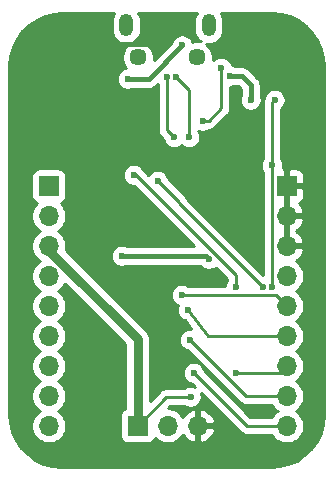
<source format=gbr>
G04 #@! TF.GenerationSoftware,KiCad,Pcbnew,(5.1.9)-1*
G04 #@! TF.CreationDate,2021-03-27T20:38:15-07:00*
G04 #@! TF.ProjectId,attiny_arduino_serial,61747469-6e79-45f6-9172-6475696e6f5f,rev?*
G04 #@! TF.SameCoordinates,Original*
G04 #@! TF.FileFunction,Copper,L2,Bot*
G04 #@! TF.FilePolarity,Positive*
%FSLAX46Y46*%
G04 Gerber Fmt 4.6, Leading zero omitted, Abs format (unit mm)*
G04 Created by KiCad (PCBNEW (5.1.9)-1) date 2021-03-27 20:38:15*
%MOMM*%
%LPD*%
G01*
G04 APERTURE LIST*
G04 #@! TA.AperFunction,ComponentPad*
%ADD10O,1.700000X1.700000*%
G04 #@! TD*
G04 #@! TA.AperFunction,ComponentPad*
%ADD11R,1.700000X1.700000*%
G04 #@! TD*
G04 #@! TA.AperFunction,ComponentPad*
%ADD12O,1.200000X1.900000*%
G04 #@! TD*
G04 #@! TA.AperFunction,ComponentPad*
%ADD13C,1.450000*%
G04 #@! TD*
G04 #@! TA.AperFunction,ViaPad*
%ADD14C,0.600000*%
G04 #@! TD*
G04 #@! TA.AperFunction,Conductor*
%ADD15C,0.400000*%
G04 #@! TD*
G04 #@! TA.AperFunction,Conductor*
%ADD16C,0.250000*%
G04 #@! TD*
G04 #@! TA.AperFunction,Conductor*
%ADD17C,0.800000*%
G04 #@! TD*
G04 #@! TA.AperFunction,Conductor*
%ADD18C,0.254000*%
G04 #@! TD*
G04 #@! TA.AperFunction,Conductor*
%ADD19C,0.100000*%
G04 #@! TD*
G04 APERTURE END LIST*
D10*
G04 #@! TO.P,J4,9*
G04 #@! TO.N,PB1*
X109220000Y-56817000D03*
G04 #@! TO.P,J4,8*
G04 #@! TO.N,PB0*
X109220000Y-54277000D03*
G04 #@! TO.P,J4,7*
G04 #@! TO.N,RESET*
X109220000Y-51737000D03*
G04 #@! TO.P,J4,6*
G04 #@! TO.N,PA1*
X109220000Y-49197000D03*
G04 #@! TO.P,J4,5*
G04 #@! TO.N,PA2*
X109220000Y-46657000D03*
G04 #@! TO.P,J4,4*
G04 #@! TO.N,PA3*
X109220000Y-44117000D03*
G04 #@! TO.P,J4,3*
G04 #@! TO.N,GND*
X109220000Y-41577000D03*
G04 #@! TO.P,J4,2*
X109220000Y-39037000D03*
D11*
G04 #@! TO.P,J4,1*
X109220000Y-36497000D03*
G04 #@! TD*
D10*
G04 #@! TO.P,J3,9*
G04 #@! TO.N,PB2*
X89090000Y-56817000D03*
G04 #@! TO.P,J3,8*
G04 #@! TO.N,PB3*
X89090000Y-54277000D03*
G04 #@! TO.P,J3,7*
G04 #@! TO.N,PA7*
X89090000Y-51737000D03*
G04 #@! TO.P,J3,6*
G04 #@! TO.N,PA6*
X89090000Y-49197000D03*
G04 #@! TO.P,J3,5*
G04 #@! TO.N,PA5*
X89090000Y-46657000D03*
G04 #@! TO.P,J3,4*
G04 #@! TO.N,PA4*
X89090000Y-44117000D03*
G04 #@! TO.P,J3,3*
G04 #@! TO.N,+5V*
X89090000Y-41577000D03*
G04 #@! TO.P,J3,2*
X89090000Y-39037000D03*
D11*
G04 #@! TO.P,J3,1*
X89090000Y-36497000D03*
G04 #@! TD*
D10*
G04 #@! TO.P,J2,3*
G04 #@! TO.N,GND*
X101685000Y-56797000D03*
G04 #@! TO.P,J2,2*
G04 #@! TO.N,Net-(J2-Pad2)*
X99145000Y-56797000D03*
D11*
G04 #@! TO.P,J2,1*
G04 #@! TO.N,+5V*
X96605000Y-56797000D03*
G04 #@! TD*
D12*
G04 #@! TO.P,J1,6*
G04 #@! TO.N,Net-(J1-Pad6)*
X95630000Y-22892500D03*
X102630000Y-22892500D03*
D13*
X96630000Y-25592500D03*
X101630000Y-25592500D03*
G04 #@! TD*
D14*
G04 #@! TO.N,GND*
X97790000Y-24511000D03*
X91440000Y-57404000D03*
X92440000Y-57404000D03*
X93440000Y-57404000D03*
X91440000Y-58404000D03*
X92440000Y-58404000D03*
X93440000Y-58404000D03*
X91440000Y-33020000D03*
X92440000Y-33020000D03*
X91440000Y-35020000D03*
X92440000Y-35020000D03*
X91440000Y-37020000D03*
X92440000Y-37020000D03*
X91440000Y-39020000D03*
X92440000Y-39020000D03*
X91440000Y-41020000D03*
X92440000Y-41020000D03*
X91440000Y-22860000D03*
X92440000Y-22860000D03*
X93440000Y-22860000D03*
X91440000Y-23860000D03*
X92440000Y-23860000D03*
X93440000Y-23860000D03*
X91440000Y-24860000D03*
X92440000Y-24860000D03*
X93440000Y-24860000D03*
X91440000Y-25860000D03*
X92440000Y-25860000D03*
X93440000Y-25860000D03*
X91440000Y-26860000D03*
X92440000Y-26860000D03*
X93440000Y-26860000D03*
G04 #@! TO.N,Net-(C1-Pad1)*
X102108000Y-30988000D03*
X103678457Y-26478000D03*
G04 #@! TO.N,+5V*
X104394000Y-27178000D03*
X106172000Y-29210000D03*
X100370708Y-24605492D03*
X95758000Y-27432000D03*
X95250000Y-42418000D03*
X102616000Y-42672000D03*
X101092000Y-54356000D03*
G04 #@! TO.N,Net-(C4-Pad2)*
X107988003Y-45075000D03*
X108204000Y-29210000D03*
X107988003Y-34759997D03*
G04 #@! TO.N,Net-(J1-Pad3)*
X99060000Y-27305000D03*
X99695000Y-32385000D03*
G04 #@! TO.N,Net-(J1-Pad2)*
X99860003Y-27305000D03*
X100965000Y-32385000D03*
G04 #@! TO.N,PB1*
X101346000Y-52324000D03*
G04 #@! TO.N,PB0*
X101019998Y-49530000D03*
G04 #@! TO.N,PA1*
X100838000Y-46990000D03*
G04 #@! TO.N,PA2*
X100330000Y-45720000D03*
G04 #@! TO.N,RESET*
X104902000Y-52324000D03*
G04 #@! TO.N,RXD*
X98298000Y-36068000D03*
X107188000Y-45075000D03*
G04 #@! TO.N,TXD*
X96266000Y-35560000D03*
X104902000Y-45095000D03*
G04 #@! TD*
D15*
G04 #@! TO.N,GND*
X97746499Y-24467499D02*
X94150501Y-24467499D01*
X97790000Y-24511000D02*
X97746499Y-24467499D01*
D16*
G04 #@! TO.N,Net-(C1-Pad1)*
X102108000Y-30988000D02*
X102616000Y-30988000D01*
X103678457Y-29925543D02*
X103678457Y-26478000D01*
X102616000Y-30988000D02*
X103678457Y-29925543D01*
D15*
G04 #@! TO.N,+5V*
X104394000Y-27178000D02*
X104902000Y-27178000D01*
X104902000Y-27178000D02*
X105410000Y-27178000D01*
X106172000Y-27940000D02*
X106172000Y-29210000D01*
X105410000Y-27178000D02*
X106172000Y-27940000D01*
X97544200Y-27432000D02*
X95758000Y-27432000D01*
X100370708Y-24605492D02*
X97544200Y-27432000D01*
X102362000Y-42418000D02*
X102616000Y-42672000D01*
X95250000Y-42418000D02*
X102362000Y-42418000D01*
D17*
X89090000Y-41970998D02*
X89090000Y-41577000D01*
X96605000Y-49485998D02*
X89090000Y-41970998D01*
X96605000Y-56797000D02*
X96605000Y-49485998D01*
D16*
X99046000Y-54356000D02*
X96605000Y-56797000D01*
X101092000Y-54356000D02*
X99046000Y-54356000D01*
G04 #@! TO.N,Net-(C4-Pad2)*
X107988003Y-29425997D02*
X108204000Y-29210000D01*
X107988003Y-45075000D02*
X107988003Y-34759997D01*
X107988003Y-34759997D02*
X107988003Y-29425997D01*
G04 #@! TO.N,Net-(J1-Pad3)*
X99060000Y-31750000D02*
X99695000Y-32385000D01*
X99060000Y-27305000D02*
X99060000Y-31750000D01*
G04 #@! TO.N,Net-(J1-Pad2)*
X100965000Y-28409997D02*
X100965000Y-32385000D01*
X99860003Y-27305000D02*
X100965000Y-28409997D01*
G04 #@! TO.N,PB1*
X105839000Y-56817000D02*
X109220000Y-56817000D01*
X101346000Y-52324000D02*
X105839000Y-56817000D01*
G04 #@! TO.N,PB0*
X101019998Y-49530000D02*
X105766998Y-54277000D01*
X105766998Y-54277000D02*
X109220000Y-54277000D01*
G04 #@! TO.N,PA1*
X102537000Y-49197000D02*
X109220000Y-49197000D01*
X100838000Y-46990000D02*
X102537000Y-49197000D01*
G04 #@! TO.N,PA2*
X108283000Y-45720000D02*
X109220000Y-46657000D01*
X100330000Y-45720000D02*
X108283000Y-45720000D01*
G04 #@! TO.N,RESET*
X109220000Y-51737000D02*
X109220000Y-51816000D01*
X108712000Y-52324000D02*
X104902000Y-52324000D01*
X109220000Y-51816000D02*
X108712000Y-52324000D01*
G04 #@! TO.N,RXD*
X100091999Y-37978999D02*
X107188000Y-45075000D01*
X100091999Y-37861999D02*
X100091999Y-37978999D01*
X98298000Y-36068000D02*
X100091999Y-37861999D01*
G04 #@! TO.N,TXD*
X104902000Y-44032998D02*
X104902000Y-45095000D01*
X96429002Y-35560000D02*
X104902000Y-44032998D01*
X96266000Y-35560000D02*
X96429002Y-35560000D01*
G04 #@! TD*
D18*
G04 #@! TO.N,GND*
X94483489Y-22067599D02*
X94412870Y-22300398D01*
X94395000Y-22481835D01*
X94395000Y-23303164D01*
X94412870Y-23484601D01*
X94483489Y-23717400D01*
X94598167Y-23931948D01*
X94752498Y-24120002D01*
X94940551Y-24274333D01*
X95155099Y-24389011D01*
X95387898Y-24459630D01*
X95630000Y-24483475D01*
X95872101Y-24459630D01*
X95882035Y-24456616D01*
X95763051Y-24536119D01*
X95573619Y-24725551D01*
X95424784Y-24948299D01*
X95322264Y-25195803D01*
X95270000Y-25458552D01*
X95270000Y-25726448D01*
X95322264Y-25989197D01*
X95424784Y-26236701D01*
X95573619Y-26459449D01*
X95620252Y-26506082D01*
X95485271Y-26532932D01*
X95315111Y-26603414D01*
X95161972Y-26705738D01*
X95031738Y-26835972D01*
X94929414Y-26989111D01*
X94858932Y-27159271D01*
X94823000Y-27339911D01*
X94823000Y-27524089D01*
X94858932Y-27704729D01*
X94929414Y-27874889D01*
X95031738Y-28028028D01*
X95161972Y-28158262D01*
X95315111Y-28260586D01*
X95485271Y-28331068D01*
X95665911Y-28367000D01*
X95850089Y-28367000D01*
X96030729Y-28331068D01*
X96185404Y-28267000D01*
X97503182Y-28267000D01*
X97544200Y-28271040D01*
X97585218Y-28267000D01*
X97585219Y-28267000D01*
X97707889Y-28254918D01*
X97865287Y-28207172D01*
X98010346Y-28129636D01*
X98137491Y-28025291D01*
X98163646Y-27993421D01*
X98300000Y-27857067D01*
X98300001Y-31712668D01*
X98296324Y-31750000D01*
X98300001Y-31787333D01*
X98310998Y-31898986D01*
X98324080Y-31942111D01*
X98354454Y-32042246D01*
X98425026Y-32174276D01*
X98475694Y-32236014D01*
X98520000Y-32290001D01*
X98548998Y-32313799D01*
X98771847Y-32536649D01*
X98795932Y-32657729D01*
X98866414Y-32827889D01*
X98968738Y-32981028D01*
X99098972Y-33111262D01*
X99252111Y-33213586D01*
X99422271Y-33284068D01*
X99602911Y-33320000D01*
X99787089Y-33320000D01*
X99967729Y-33284068D01*
X100137889Y-33213586D01*
X100291028Y-33111262D01*
X100330000Y-33072290D01*
X100368972Y-33111262D01*
X100522111Y-33213586D01*
X100692271Y-33284068D01*
X100872911Y-33320000D01*
X101057089Y-33320000D01*
X101237729Y-33284068D01*
X101407889Y-33213586D01*
X101561028Y-33111262D01*
X101691262Y-32981028D01*
X101793586Y-32827889D01*
X101864068Y-32657729D01*
X101900000Y-32477089D01*
X101900000Y-32292911D01*
X101864068Y-32112271D01*
X101793586Y-31942111D01*
X101726781Y-31842130D01*
X101835271Y-31887068D01*
X102015911Y-31923000D01*
X102200089Y-31923000D01*
X102380729Y-31887068D01*
X102550889Y-31816586D01*
X102653570Y-31747977D01*
X102764986Y-31737003D01*
X102908247Y-31693546D01*
X103040276Y-31622974D01*
X103156001Y-31528001D01*
X103179804Y-31498998D01*
X104189461Y-30489341D01*
X104218458Y-30465544D01*
X104278837Y-30391972D01*
X104313431Y-30349820D01*
X104384003Y-30217790D01*
X104410165Y-30131543D01*
X104427460Y-30074529D01*
X104438457Y-29962876D01*
X104438457Y-29962867D01*
X104442133Y-29925544D01*
X104438457Y-29888221D01*
X104438457Y-28113000D01*
X104486089Y-28113000D01*
X104666729Y-28077068D01*
X104821404Y-28013000D01*
X105064132Y-28013000D01*
X105337000Y-28285869D01*
X105337001Y-28782594D01*
X105272932Y-28937271D01*
X105237000Y-29117911D01*
X105237000Y-29302089D01*
X105272932Y-29482729D01*
X105343414Y-29652889D01*
X105445738Y-29806028D01*
X105575972Y-29936262D01*
X105729111Y-30038586D01*
X105899271Y-30109068D01*
X106079911Y-30145000D01*
X106264089Y-30145000D01*
X106444729Y-30109068D01*
X106614889Y-30038586D01*
X106768028Y-29936262D01*
X106898262Y-29806028D01*
X107000586Y-29652889D01*
X107071068Y-29482729D01*
X107107000Y-29302089D01*
X107107000Y-29117911D01*
X107071068Y-28937271D01*
X107007000Y-28782596D01*
X107007000Y-27981018D01*
X107011040Y-27940000D01*
X106994918Y-27776312D01*
X106973120Y-27704451D01*
X106947172Y-27618913D01*
X106869636Y-27473854D01*
X106850658Y-27450729D01*
X106791439Y-27378570D01*
X106791437Y-27378568D01*
X106765291Y-27346709D01*
X106733433Y-27320564D01*
X106029445Y-26616578D01*
X106003291Y-26584709D01*
X105876146Y-26480364D01*
X105731087Y-26402828D01*
X105573689Y-26355082D01*
X105451019Y-26343000D01*
X105451018Y-26343000D01*
X105410000Y-26338960D01*
X105368982Y-26343000D01*
X104821404Y-26343000D01*
X104666729Y-26278932D01*
X104589106Y-26263492D01*
X104577525Y-26205271D01*
X104507043Y-26035111D01*
X104404719Y-25881972D01*
X104274485Y-25751738D01*
X104121346Y-25649414D01*
X103951186Y-25578932D01*
X103770546Y-25543000D01*
X103586368Y-25543000D01*
X103405728Y-25578932D01*
X103235568Y-25649414D01*
X103082429Y-25751738D01*
X102960770Y-25873397D01*
X102990000Y-25726448D01*
X102990000Y-25458552D01*
X102937736Y-25195803D01*
X102835216Y-24948299D01*
X102686381Y-24725551D01*
X102496949Y-24536119D01*
X102377965Y-24456616D01*
X102387899Y-24459630D01*
X102630000Y-24483475D01*
X102872102Y-24459630D01*
X103104901Y-24389011D01*
X103319449Y-24274333D01*
X103507502Y-24120002D01*
X103661833Y-23931949D01*
X103776511Y-23717401D01*
X103847130Y-23484601D01*
X103865000Y-23303164D01*
X103865000Y-22481835D01*
X103847130Y-22300398D01*
X103776511Y-22067599D01*
X103670358Y-21869000D01*
X107920608Y-21869000D01*
X108732249Y-21941437D01*
X109489774Y-22148672D01*
X110198625Y-22486777D01*
X110836404Y-22945067D01*
X111382946Y-23509055D01*
X111820977Y-24160913D01*
X112136651Y-24880038D01*
X112321206Y-25648768D01*
X112370001Y-26313221D01*
X112370000Y-55850608D01*
X112297563Y-56662249D01*
X112090328Y-57419774D01*
X111752221Y-58128627D01*
X111293928Y-58766410D01*
X110729945Y-59312946D01*
X110078085Y-59750978D01*
X109358963Y-60066651D01*
X108590232Y-60251206D01*
X107925792Y-60300000D01*
X90199392Y-60300000D01*
X89387751Y-60227563D01*
X88630226Y-60020328D01*
X87921373Y-59682221D01*
X87283590Y-59223928D01*
X86737054Y-58659945D01*
X86299022Y-58008085D01*
X85983349Y-57288963D01*
X85798794Y-56520232D01*
X85750000Y-55855792D01*
X85750000Y-35647000D01*
X87601928Y-35647000D01*
X87601928Y-37347000D01*
X87614188Y-37471482D01*
X87650498Y-37591180D01*
X87709463Y-37701494D01*
X87788815Y-37798185D01*
X87885506Y-37877537D01*
X87995820Y-37936502D01*
X88068380Y-37958513D01*
X87936525Y-38090368D01*
X87774010Y-38333589D01*
X87662068Y-38603842D01*
X87605000Y-38890740D01*
X87605000Y-39183260D01*
X87662068Y-39470158D01*
X87774010Y-39740411D01*
X87936525Y-39983632D01*
X88143368Y-40190475D01*
X88317760Y-40307000D01*
X88143368Y-40423525D01*
X87936525Y-40630368D01*
X87774010Y-40873589D01*
X87662068Y-41143842D01*
X87605000Y-41430740D01*
X87605000Y-41723260D01*
X87662068Y-42010158D01*
X87774010Y-42280411D01*
X87936525Y-42523632D01*
X88143368Y-42730475D01*
X88317760Y-42847000D01*
X88143368Y-42963525D01*
X87936525Y-43170368D01*
X87774010Y-43413589D01*
X87662068Y-43683842D01*
X87605000Y-43970740D01*
X87605000Y-44263260D01*
X87662068Y-44550158D01*
X87774010Y-44820411D01*
X87936525Y-45063632D01*
X88143368Y-45270475D01*
X88317760Y-45387000D01*
X88143368Y-45503525D01*
X87936525Y-45710368D01*
X87774010Y-45953589D01*
X87662068Y-46223842D01*
X87605000Y-46510740D01*
X87605000Y-46803260D01*
X87662068Y-47090158D01*
X87774010Y-47360411D01*
X87936525Y-47603632D01*
X88143368Y-47810475D01*
X88317760Y-47927000D01*
X88143368Y-48043525D01*
X87936525Y-48250368D01*
X87774010Y-48493589D01*
X87662068Y-48763842D01*
X87605000Y-49050740D01*
X87605000Y-49343260D01*
X87662068Y-49630158D01*
X87774010Y-49900411D01*
X87936525Y-50143632D01*
X88143368Y-50350475D01*
X88317760Y-50467000D01*
X88143368Y-50583525D01*
X87936525Y-50790368D01*
X87774010Y-51033589D01*
X87662068Y-51303842D01*
X87605000Y-51590740D01*
X87605000Y-51883260D01*
X87662068Y-52170158D01*
X87774010Y-52440411D01*
X87936525Y-52683632D01*
X88143368Y-52890475D01*
X88317760Y-53007000D01*
X88143368Y-53123525D01*
X87936525Y-53330368D01*
X87774010Y-53573589D01*
X87662068Y-53843842D01*
X87605000Y-54130740D01*
X87605000Y-54423260D01*
X87662068Y-54710158D01*
X87774010Y-54980411D01*
X87936525Y-55223632D01*
X88143368Y-55430475D01*
X88317760Y-55547000D01*
X88143368Y-55663525D01*
X87936525Y-55870368D01*
X87774010Y-56113589D01*
X87662068Y-56383842D01*
X87605000Y-56670740D01*
X87605000Y-56963260D01*
X87662068Y-57250158D01*
X87774010Y-57520411D01*
X87936525Y-57763632D01*
X88143368Y-57970475D01*
X88386589Y-58132990D01*
X88656842Y-58244932D01*
X88943740Y-58302000D01*
X89236260Y-58302000D01*
X89523158Y-58244932D01*
X89793411Y-58132990D01*
X90036632Y-57970475D01*
X90243475Y-57763632D01*
X90405990Y-57520411D01*
X90517932Y-57250158D01*
X90575000Y-56963260D01*
X90575000Y-56670740D01*
X90517932Y-56383842D01*
X90405990Y-56113589D01*
X90243475Y-55870368D01*
X90036632Y-55663525D01*
X89862240Y-55547000D01*
X90036632Y-55430475D01*
X90243475Y-55223632D01*
X90405990Y-54980411D01*
X90517932Y-54710158D01*
X90575000Y-54423260D01*
X90575000Y-54130740D01*
X90517932Y-53843842D01*
X90405990Y-53573589D01*
X90243475Y-53330368D01*
X90036632Y-53123525D01*
X89862240Y-53007000D01*
X90036632Y-52890475D01*
X90243475Y-52683632D01*
X90405990Y-52440411D01*
X90517932Y-52170158D01*
X90575000Y-51883260D01*
X90575000Y-51590740D01*
X90517932Y-51303842D01*
X90405990Y-51033589D01*
X90243475Y-50790368D01*
X90036632Y-50583525D01*
X89862240Y-50467000D01*
X90036632Y-50350475D01*
X90243475Y-50143632D01*
X90405990Y-49900411D01*
X90517932Y-49630158D01*
X90575000Y-49343260D01*
X90575000Y-49050740D01*
X90517932Y-48763842D01*
X90405990Y-48493589D01*
X90243475Y-48250368D01*
X90036632Y-48043525D01*
X89862240Y-47927000D01*
X90036632Y-47810475D01*
X90243475Y-47603632D01*
X90405990Y-47360411D01*
X90517932Y-47090158D01*
X90575000Y-46803260D01*
X90575000Y-46510740D01*
X90517932Y-46223842D01*
X90405990Y-45953589D01*
X90243475Y-45710368D01*
X90036632Y-45503525D01*
X89862240Y-45387000D01*
X90036632Y-45270475D01*
X90243475Y-45063632D01*
X90405990Y-44820411D01*
X90426408Y-44771117D01*
X95570001Y-49914710D01*
X95570000Y-55339546D01*
X95510820Y-55357498D01*
X95400506Y-55416463D01*
X95303815Y-55495815D01*
X95224463Y-55592506D01*
X95165498Y-55702820D01*
X95129188Y-55822518D01*
X95116928Y-55947000D01*
X95116928Y-57647000D01*
X95129188Y-57771482D01*
X95165498Y-57891180D01*
X95224463Y-58001494D01*
X95303815Y-58098185D01*
X95400506Y-58177537D01*
X95510820Y-58236502D01*
X95630518Y-58272812D01*
X95755000Y-58285072D01*
X97455000Y-58285072D01*
X97579482Y-58272812D01*
X97699180Y-58236502D01*
X97809494Y-58177537D01*
X97906185Y-58098185D01*
X97985537Y-58001494D01*
X98044502Y-57891180D01*
X98066513Y-57818620D01*
X98198368Y-57950475D01*
X98441589Y-58112990D01*
X98711842Y-58224932D01*
X98998740Y-58282000D01*
X99291260Y-58282000D01*
X99578158Y-58224932D01*
X99848411Y-58112990D01*
X100091632Y-57950475D01*
X100298475Y-57743632D01*
X100420195Y-57561466D01*
X100489822Y-57678355D01*
X100684731Y-57894588D01*
X100918080Y-58068641D01*
X101180901Y-58193825D01*
X101328110Y-58238476D01*
X101558000Y-58117155D01*
X101558000Y-56924000D01*
X101812000Y-56924000D01*
X101812000Y-58117155D01*
X102041890Y-58238476D01*
X102189099Y-58193825D01*
X102451920Y-58068641D01*
X102685269Y-57894588D01*
X102880178Y-57678355D01*
X103029157Y-57428252D01*
X103126481Y-57153891D01*
X103005814Y-56924000D01*
X101812000Y-56924000D01*
X101558000Y-56924000D01*
X101538000Y-56924000D01*
X101538000Y-56670000D01*
X101558000Y-56670000D01*
X101558000Y-55476845D01*
X101812000Y-55476845D01*
X101812000Y-56670000D01*
X103005814Y-56670000D01*
X103126481Y-56440109D01*
X103029157Y-56165748D01*
X102880178Y-55915645D01*
X102685269Y-55699412D01*
X102451920Y-55525359D01*
X102189099Y-55400175D01*
X102041890Y-55355524D01*
X101812000Y-55476845D01*
X101558000Y-55476845D01*
X101328110Y-55355524D01*
X101180901Y-55400175D01*
X100918080Y-55525359D01*
X100684731Y-55699412D01*
X100489822Y-55915645D01*
X100420195Y-56032534D01*
X100298475Y-55850368D01*
X100091632Y-55643525D01*
X99848411Y-55481010D01*
X99578158Y-55369068D01*
X99291260Y-55312000D01*
X99164802Y-55312000D01*
X99360802Y-55116000D01*
X100546465Y-55116000D01*
X100649111Y-55184586D01*
X100819271Y-55255068D01*
X100999911Y-55291000D01*
X101184089Y-55291000D01*
X101364729Y-55255068D01*
X101534889Y-55184586D01*
X101688028Y-55082262D01*
X101818262Y-54952028D01*
X101920586Y-54798889D01*
X101991068Y-54628729D01*
X102027000Y-54448089D01*
X102027000Y-54263911D01*
X101991068Y-54083271D01*
X101963207Y-54016008D01*
X105275201Y-57328003D01*
X105298999Y-57357001D01*
X105327997Y-57380799D01*
X105414724Y-57451974D01*
X105546753Y-57522546D01*
X105690014Y-57566003D01*
X105839000Y-57580677D01*
X105876333Y-57577000D01*
X107941822Y-57577000D01*
X108066525Y-57763632D01*
X108273368Y-57970475D01*
X108516589Y-58132990D01*
X108786842Y-58244932D01*
X109073740Y-58302000D01*
X109366260Y-58302000D01*
X109653158Y-58244932D01*
X109923411Y-58132990D01*
X110166632Y-57970475D01*
X110373475Y-57763632D01*
X110535990Y-57520411D01*
X110647932Y-57250158D01*
X110705000Y-56963260D01*
X110705000Y-56670740D01*
X110647932Y-56383842D01*
X110535990Y-56113589D01*
X110373475Y-55870368D01*
X110166632Y-55663525D01*
X109992240Y-55547000D01*
X110166632Y-55430475D01*
X110373475Y-55223632D01*
X110535990Y-54980411D01*
X110647932Y-54710158D01*
X110705000Y-54423260D01*
X110705000Y-54130740D01*
X110647932Y-53843842D01*
X110535990Y-53573589D01*
X110373475Y-53330368D01*
X110166632Y-53123525D01*
X109992240Y-53007000D01*
X110166632Y-52890475D01*
X110373475Y-52683632D01*
X110535990Y-52440411D01*
X110647932Y-52170158D01*
X110705000Y-51883260D01*
X110705000Y-51590740D01*
X110647932Y-51303842D01*
X110535990Y-51033589D01*
X110373475Y-50790368D01*
X110166632Y-50583525D01*
X109992240Y-50467000D01*
X110166632Y-50350475D01*
X110373475Y-50143632D01*
X110535990Y-49900411D01*
X110647932Y-49630158D01*
X110705000Y-49343260D01*
X110705000Y-49050740D01*
X110647932Y-48763842D01*
X110535990Y-48493589D01*
X110373475Y-48250368D01*
X110166632Y-48043525D01*
X109992240Y-47927000D01*
X110166632Y-47810475D01*
X110373475Y-47603632D01*
X110535990Y-47360411D01*
X110647932Y-47090158D01*
X110705000Y-46803260D01*
X110705000Y-46510740D01*
X110647932Y-46223842D01*
X110535990Y-45953589D01*
X110373475Y-45710368D01*
X110166632Y-45503525D01*
X109992240Y-45387000D01*
X110166632Y-45270475D01*
X110373475Y-45063632D01*
X110535990Y-44820411D01*
X110647932Y-44550158D01*
X110705000Y-44263260D01*
X110705000Y-43970740D01*
X110647932Y-43683842D01*
X110535990Y-43413589D01*
X110373475Y-43170368D01*
X110166632Y-42963525D01*
X109984466Y-42841805D01*
X110101355Y-42772178D01*
X110317588Y-42577269D01*
X110491641Y-42343920D01*
X110616825Y-42081099D01*
X110661476Y-41933890D01*
X110540155Y-41704000D01*
X109347000Y-41704000D01*
X109347000Y-41724000D01*
X109093000Y-41724000D01*
X109093000Y-41704000D01*
X109073000Y-41704000D01*
X109073000Y-41450000D01*
X109093000Y-41450000D01*
X109093000Y-39164000D01*
X109347000Y-39164000D01*
X109347000Y-41450000D01*
X110540155Y-41450000D01*
X110661476Y-41220110D01*
X110616825Y-41072901D01*
X110491641Y-40810080D01*
X110317588Y-40576731D01*
X110101355Y-40381822D01*
X109975745Y-40307000D01*
X110101355Y-40232178D01*
X110317588Y-40037269D01*
X110491641Y-39803920D01*
X110616825Y-39541099D01*
X110661476Y-39393890D01*
X110540155Y-39164000D01*
X109347000Y-39164000D01*
X109093000Y-39164000D01*
X109073000Y-39164000D01*
X109073000Y-38910000D01*
X109093000Y-38910000D01*
X109093000Y-36624000D01*
X109347000Y-36624000D01*
X109347000Y-38910000D01*
X110540155Y-38910000D01*
X110661476Y-38680110D01*
X110616825Y-38532901D01*
X110491641Y-38270080D01*
X110317588Y-38036731D01*
X110233534Y-37960966D01*
X110314180Y-37936502D01*
X110424494Y-37877537D01*
X110521185Y-37798185D01*
X110600537Y-37701494D01*
X110659502Y-37591180D01*
X110695812Y-37471482D01*
X110708072Y-37347000D01*
X110705000Y-36782750D01*
X110546250Y-36624000D01*
X109347000Y-36624000D01*
X109093000Y-36624000D01*
X109073000Y-36624000D01*
X109073000Y-36370000D01*
X109093000Y-36370000D01*
X109093000Y-35170750D01*
X109347000Y-35170750D01*
X109347000Y-36370000D01*
X110546250Y-36370000D01*
X110705000Y-36211250D01*
X110708072Y-35647000D01*
X110695812Y-35522518D01*
X110659502Y-35402820D01*
X110600537Y-35292506D01*
X110521185Y-35195815D01*
X110424494Y-35116463D01*
X110314180Y-35057498D01*
X110194482Y-35021188D01*
X110070000Y-35008928D01*
X109505750Y-35012000D01*
X109347000Y-35170750D01*
X109093000Y-35170750D01*
X108934250Y-35012000D01*
X108891240Y-35011766D01*
X108923003Y-34852086D01*
X108923003Y-34667908D01*
X108887071Y-34487268D01*
X108816589Y-34317108D01*
X108748003Y-34214462D01*
X108748003Y-29971024D01*
X108800028Y-29936262D01*
X108930262Y-29806028D01*
X109032586Y-29652889D01*
X109103068Y-29482729D01*
X109139000Y-29302089D01*
X109139000Y-29117911D01*
X109103068Y-28937271D01*
X109032586Y-28767111D01*
X108930262Y-28613972D01*
X108800028Y-28483738D01*
X108646889Y-28381414D01*
X108476729Y-28310932D01*
X108296089Y-28275000D01*
X108111911Y-28275000D01*
X107931271Y-28310932D01*
X107761111Y-28381414D01*
X107607972Y-28483738D01*
X107477738Y-28613972D01*
X107375414Y-28767111D01*
X107304932Y-28937271D01*
X107269000Y-29117911D01*
X107269000Y-29178115D01*
X107259328Y-29210000D01*
X107239001Y-29277011D01*
X107228004Y-29388664D01*
X107224327Y-29425997D01*
X107228004Y-29463329D01*
X107228003Y-34214461D01*
X107159417Y-34317108D01*
X107088935Y-34487268D01*
X107053003Y-34667908D01*
X107053003Y-34852086D01*
X107088935Y-35032726D01*
X107159417Y-35202886D01*
X107228004Y-35305534D01*
X107228003Y-44040201D01*
X100814958Y-37627157D01*
X100797545Y-37569752D01*
X100726973Y-37437723D01*
X100632000Y-37321998D01*
X100603003Y-37298201D01*
X99221153Y-35916352D01*
X99197068Y-35795271D01*
X99126586Y-35625111D01*
X99024262Y-35471972D01*
X98894028Y-35341738D01*
X98740889Y-35239414D01*
X98570729Y-35168932D01*
X98390089Y-35133000D01*
X98205911Y-35133000D01*
X98025271Y-35168932D01*
X97855111Y-35239414D01*
X97701972Y-35341738D01*
X97571738Y-35471972D01*
X97509268Y-35565465D01*
X97118395Y-35174592D01*
X97094586Y-35117111D01*
X96992262Y-34963972D01*
X96862028Y-34833738D01*
X96708889Y-34731414D01*
X96538729Y-34660932D01*
X96358089Y-34625000D01*
X96173911Y-34625000D01*
X95993271Y-34660932D01*
X95823111Y-34731414D01*
X95669972Y-34833738D01*
X95539738Y-34963972D01*
X95437414Y-35117111D01*
X95366932Y-35287271D01*
X95331000Y-35467911D01*
X95331000Y-35652089D01*
X95366932Y-35832729D01*
X95437414Y-36002889D01*
X95539738Y-36156028D01*
X95669972Y-36286262D01*
X95823111Y-36388586D01*
X95993271Y-36459068D01*
X96173911Y-36495000D01*
X96289201Y-36495000D01*
X101377200Y-41583000D01*
X95677404Y-41583000D01*
X95522729Y-41518932D01*
X95342089Y-41483000D01*
X95157911Y-41483000D01*
X94977271Y-41518932D01*
X94807111Y-41589414D01*
X94653972Y-41691738D01*
X94523738Y-41821972D01*
X94421414Y-41975111D01*
X94350932Y-42145271D01*
X94315000Y-42325911D01*
X94315000Y-42510089D01*
X94350932Y-42690729D01*
X94421414Y-42860889D01*
X94523738Y-43014028D01*
X94653972Y-43144262D01*
X94807111Y-43246586D01*
X94977271Y-43317068D01*
X95157911Y-43353000D01*
X95342089Y-43353000D01*
X95522729Y-43317068D01*
X95677404Y-43253000D01*
X101879697Y-43253000D01*
X101889738Y-43268028D01*
X102019972Y-43398262D01*
X102173111Y-43500586D01*
X102343271Y-43571068D01*
X102523911Y-43607000D01*
X102708089Y-43607000D01*
X102888729Y-43571068D01*
X103058889Y-43500586D01*
X103200299Y-43406099D01*
X104142000Y-44347800D01*
X104142000Y-44549464D01*
X104073414Y-44652111D01*
X104002932Y-44822271D01*
X103975536Y-44960000D01*
X100875535Y-44960000D01*
X100772889Y-44891414D01*
X100602729Y-44820932D01*
X100422089Y-44785000D01*
X100237911Y-44785000D01*
X100057271Y-44820932D01*
X99887111Y-44891414D01*
X99733972Y-44993738D01*
X99603738Y-45123972D01*
X99501414Y-45277111D01*
X99430932Y-45447271D01*
X99395000Y-45627911D01*
X99395000Y-45812089D01*
X99430932Y-45992729D01*
X99501414Y-46162889D01*
X99603738Y-46316028D01*
X99733972Y-46446262D01*
X99887111Y-46548586D01*
X99990982Y-46591610D01*
X99938932Y-46717271D01*
X99903000Y-46897911D01*
X99903000Y-47082089D01*
X99938932Y-47262729D01*
X100009414Y-47432889D01*
X100111738Y-47586028D01*
X100241972Y-47716262D01*
X100395111Y-47818586D01*
X100565271Y-47889068D01*
X100572046Y-47890416D01*
X101114879Y-48595555D01*
X101112087Y-48595000D01*
X100927909Y-48595000D01*
X100747269Y-48630932D01*
X100577109Y-48701414D01*
X100423970Y-48803738D01*
X100293736Y-48933972D01*
X100191412Y-49087111D01*
X100120930Y-49257271D01*
X100084998Y-49437911D01*
X100084998Y-49622089D01*
X100120930Y-49802729D01*
X100191412Y-49972889D01*
X100293736Y-50126028D01*
X100423970Y-50256262D01*
X100577109Y-50358586D01*
X100747269Y-50429068D01*
X100868350Y-50453153D01*
X105203199Y-54788003D01*
X105226997Y-54817001D01*
X105342722Y-54911974D01*
X105474751Y-54982546D01*
X105618012Y-55026003D01*
X105729665Y-55037000D01*
X105729673Y-55037000D01*
X105766998Y-55040676D01*
X105804323Y-55037000D01*
X107941822Y-55037000D01*
X108066525Y-55223632D01*
X108273368Y-55430475D01*
X108447760Y-55547000D01*
X108273368Y-55663525D01*
X108066525Y-55870368D01*
X107941822Y-56057000D01*
X106153802Y-56057000D01*
X102269153Y-52172352D01*
X102245068Y-52051271D01*
X102174586Y-51881111D01*
X102072262Y-51727972D01*
X101942028Y-51597738D01*
X101788889Y-51495414D01*
X101618729Y-51424932D01*
X101438089Y-51389000D01*
X101253911Y-51389000D01*
X101073271Y-51424932D01*
X100903111Y-51495414D01*
X100749972Y-51597738D01*
X100619738Y-51727972D01*
X100517414Y-51881111D01*
X100446932Y-52051271D01*
X100411000Y-52231911D01*
X100411000Y-52416089D01*
X100446932Y-52596729D01*
X100517414Y-52766889D01*
X100619738Y-52920028D01*
X100749972Y-53050262D01*
X100903111Y-53152586D01*
X101073271Y-53223068D01*
X101194352Y-53247153D01*
X101431992Y-53484793D01*
X101364729Y-53456932D01*
X101184089Y-53421000D01*
X100999911Y-53421000D01*
X100819271Y-53456932D01*
X100649111Y-53527414D01*
X100546465Y-53596000D01*
X99083322Y-53596000D01*
X99045999Y-53592324D01*
X99008676Y-53596000D01*
X99008667Y-53596000D01*
X98897014Y-53606997D01*
X98753753Y-53650454D01*
X98621724Y-53721026D01*
X98505999Y-53815999D01*
X98482201Y-53844997D01*
X97640000Y-54687198D01*
X97640000Y-49536833D01*
X97645007Y-49485998D01*
X97631217Y-49345986D01*
X97625024Y-49283103D01*
X97565841Y-49088005D01*
X97483509Y-48933972D01*
X97469734Y-48908200D01*
X97372803Y-48790090D01*
X97340396Y-48750602D01*
X97300908Y-48718195D01*
X90530365Y-41947653D01*
X90575000Y-41723260D01*
X90575000Y-41430740D01*
X90517932Y-41143842D01*
X90405990Y-40873589D01*
X90243475Y-40630368D01*
X90036632Y-40423525D01*
X89862240Y-40307000D01*
X90036632Y-40190475D01*
X90243475Y-39983632D01*
X90405990Y-39740411D01*
X90517932Y-39470158D01*
X90575000Y-39183260D01*
X90575000Y-38890740D01*
X90517932Y-38603842D01*
X90405990Y-38333589D01*
X90243475Y-38090368D01*
X90111620Y-37958513D01*
X90184180Y-37936502D01*
X90294494Y-37877537D01*
X90391185Y-37798185D01*
X90470537Y-37701494D01*
X90529502Y-37591180D01*
X90565812Y-37471482D01*
X90578072Y-37347000D01*
X90578072Y-35647000D01*
X90565812Y-35522518D01*
X90529502Y-35402820D01*
X90470537Y-35292506D01*
X90391185Y-35195815D01*
X90294494Y-35116463D01*
X90184180Y-35057498D01*
X90064482Y-35021188D01*
X89940000Y-35008928D01*
X88240000Y-35008928D01*
X88115518Y-35021188D01*
X87995820Y-35057498D01*
X87885506Y-35116463D01*
X87788815Y-35195815D01*
X87709463Y-35292506D01*
X87650498Y-35402820D01*
X87614188Y-35522518D01*
X87601928Y-35647000D01*
X85750000Y-35647000D01*
X85750000Y-26318392D01*
X85822437Y-25506751D01*
X86029672Y-24749226D01*
X86367777Y-24040375D01*
X86826067Y-23402596D01*
X87390055Y-22856054D01*
X88041913Y-22418023D01*
X88761038Y-22102349D01*
X89529768Y-21917794D01*
X90194207Y-21869000D01*
X94589643Y-21869000D01*
X94483489Y-22067599D01*
G04 #@! TA.AperFunction,Conductor*
D19*
G36*
X94483489Y-22067599D02*
G01*
X94412870Y-22300398D01*
X94395000Y-22481835D01*
X94395000Y-23303164D01*
X94412870Y-23484601D01*
X94483489Y-23717400D01*
X94598167Y-23931948D01*
X94752498Y-24120002D01*
X94940551Y-24274333D01*
X95155099Y-24389011D01*
X95387898Y-24459630D01*
X95630000Y-24483475D01*
X95872101Y-24459630D01*
X95882035Y-24456616D01*
X95763051Y-24536119D01*
X95573619Y-24725551D01*
X95424784Y-24948299D01*
X95322264Y-25195803D01*
X95270000Y-25458552D01*
X95270000Y-25726448D01*
X95322264Y-25989197D01*
X95424784Y-26236701D01*
X95573619Y-26459449D01*
X95620252Y-26506082D01*
X95485271Y-26532932D01*
X95315111Y-26603414D01*
X95161972Y-26705738D01*
X95031738Y-26835972D01*
X94929414Y-26989111D01*
X94858932Y-27159271D01*
X94823000Y-27339911D01*
X94823000Y-27524089D01*
X94858932Y-27704729D01*
X94929414Y-27874889D01*
X95031738Y-28028028D01*
X95161972Y-28158262D01*
X95315111Y-28260586D01*
X95485271Y-28331068D01*
X95665911Y-28367000D01*
X95850089Y-28367000D01*
X96030729Y-28331068D01*
X96185404Y-28267000D01*
X97503182Y-28267000D01*
X97544200Y-28271040D01*
X97585218Y-28267000D01*
X97585219Y-28267000D01*
X97707889Y-28254918D01*
X97865287Y-28207172D01*
X98010346Y-28129636D01*
X98137491Y-28025291D01*
X98163646Y-27993421D01*
X98300000Y-27857067D01*
X98300001Y-31712668D01*
X98296324Y-31750000D01*
X98300001Y-31787333D01*
X98310998Y-31898986D01*
X98324080Y-31942111D01*
X98354454Y-32042246D01*
X98425026Y-32174276D01*
X98475694Y-32236014D01*
X98520000Y-32290001D01*
X98548998Y-32313799D01*
X98771847Y-32536649D01*
X98795932Y-32657729D01*
X98866414Y-32827889D01*
X98968738Y-32981028D01*
X99098972Y-33111262D01*
X99252111Y-33213586D01*
X99422271Y-33284068D01*
X99602911Y-33320000D01*
X99787089Y-33320000D01*
X99967729Y-33284068D01*
X100137889Y-33213586D01*
X100291028Y-33111262D01*
X100330000Y-33072290D01*
X100368972Y-33111262D01*
X100522111Y-33213586D01*
X100692271Y-33284068D01*
X100872911Y-33320000D01*
X101057089Y-33320000D01*
X101237729Y-33284068D01*
X101407889Y-33213586D01*
X101561028Y-33111262D01*
X101691262Y-32981028D01*
X101793586Y-32827889D01*
X101864068Y-32657729D01*
X101900000Y-32477089D01*
X101900000Y-32292911D01*
X101864068Y-32112271D01*
X101793586Y-31942111D01*
X101726781Y-31842130D01*
X101835271Y-31887068D01*
X102015911Y-31923000D01*
X102200089Y-31923000D01*
X102380729Y-31887068D01*
X102550889Y-31816586D01*
X102653570Y-31747977D01*
X102764986Y-31737003D01*
X102908247Y-31693546D01*
X103040276Y-31622974D01*
X103156001Y-31528001D01*
X103179804Y-31498998D01*
X104189461Y-30489341D01*
X104218458Y-30465544D01*
X104278837Y-30391972D01*
X104313431Y-30349820D01*
X104384003Y-30217790D01*
X104410165Y-30131543D01*
X104427460Y-30074529D01*
X104438457Y-29962876D01*
X104438457Y-29962867D01*
X104442133Y-29925544D01*
X104438457Y-29888221D01*
X104438457Y-28113000D01*
X104486089Y-28113000D01*
X104666729Y-28077068D01*
X104821404Y-28013000D01*
X105064132Y-28013000D01*
X105337000Y-28285869D01*
X105337001Y-28782594D01*
X105272932Y-28937271D01*
X105237000Y-29117911D01*
X105237000Y-29302089D01*
X105272932Y-29482729D01*
X105343414Y-29652889D01*
X105445738Y-29806028D01*
X105575972Y-29936262D01*
X105729111Y-30038586D01*
X105899271Y-30109068D01*
X106079911Y-30145000D01*
X106264089Y-30145000D01*
X106444729Y-30109068D01*
X106614889Y-30038586D01*
X106768028Y-29936262D01*
X106898262Y-29806028D01*
X107000586Y-29652889D01*
X107071068Y-29482729D01*
X107107000Y-29302089D01*
X107107000Y-29117911D01*
X107071068Y-28937271D01*
X107007000Y-28782596D01*
X107007000Y-27981018D01*
X107011040Y-27940000D01*
X106994918Y-27776312D01*
X106973120Y-27704451D01*
X106947172Y-27618913D01*
X106869636Y-27473854D01*
X106850658Y-27450729D01*
X106791439Y-27378570D01*
X106791437Y-27378568D01*
X106765291Y-27346709D01*
X106733433Y-27320564D01*
X106029445Y-26616578D01*
X106003291Y-26584709D01*
X105876146Y-26480364D01*
X105731087Y-26402828D01*
X105573689Y-26355082D01*
X105451019Y-26343000D01*
X105451018Y-26343000D01*
X105410000Y-26338960D01*
X105368982Y-26343000D01*
X104821404Y-26343000D01*
X104666729Y-26278932D01*
X104589106Y-26263492D01*
X104577525Y-26205271D01*
X104507043Y-26035111D01*
X104404719Y-25881972D01*
X104274485Y-25751738D01*
X104121346Y-25649414D01*
X103951186Y-25578932D01*
X103770546Y-25543000D01*
X103586368Y-25543000D01*
X103405728Y-25578932D01*
X103235568Y-25649414D01*
X103082429Y-25751738D01*
X102960770Y-25873397D01*
X102990000Y-25726448D01*
X102990000Y-25458552D01*
X102937736Y-25195803D01*
X102835216Y-24948299D01*
X102686381Y-24725551D01*
X102496949Y-24536119D01*
X102377965Y-24456616D01*
X102387899Y-24459630D01*
X102630000Y-24483475D01*
X102872102Y-24459630D01*
X103104901Y-24389011D01*
X103319449Y-24274333D01*
X103507502Y-24120002D01*
X103661833Y-23931949D01*
X103776511Y-23717401D01*
X103847130Y-23484601D01*
X103865000Y-23303164D01*
X103865000Y-22481835D01*
X103847130Y-22300398D01*
X103776511Y-22067599D01*
X103670358Y-21869000D01*
X107920608Y-21869000D01*
X108732249Y-21941437D01*
X109489774Y-22148672D01*
X110198625Y-22486777D01*
X110836404Y-22945067D01*
X111382946Y-23509055D01*
X111820977Y-24160913D01*
X112136651Y-24880038D01*
X112321206Y-25648768D01*
X112370001Y-26313221D01*
X112370000Y-55850608D01*
X112297563Y-56662249D01*
X112090328Y-57419774D01*
X111752221Y-58128627D01*
X111293928Y-58766410D01*
X110729945Y-59312946D01*
X110078085Y-59750978D01*
X109358963Y-60066651D01*
X108590232Y-60251206D01*
X107925792Y-60300000D01*
X90199392Y-60300000D01*
X89387751Y-60227563D01*
X88630226Y-60020328D01*
X87921373Y-59682221D01*
X87283590Y-59223928D01*
X86737054Y-58659945D01*
X86299022Y-58008085D01*
X85983349Y-57288963D01*
X85798794Y-56520232D01*
X85750000Y-55855792D01*
X85750000Y-35647000D01*
X87601928Y-35647000D01*
X87601928Y-37347000D01*
X87614188Y-37471482D01*
X87650498Y-37591180D01*
X87709463Y-37701494D01*
X87788815Y-37798185D01*
X87885506Y-37877537D01*
X87995820Y-37936502D01*
X88068380Y-37958513D01*
X87936525Y-38090368D01*
X87774010Y-38333589D01*
X87662068Y-38603842D01*
X87605000Y-38890740D01*
X87605000Y-39183260D01*
X87662068Y-39470158D01*
X87774010Y-39740411D01*
X87936525Y-39983632D01*
X88143368Y-40190475D01*
X88317760Y-40307000D01*
X88143368Y-40423525D01*
X87936525Y-40630368D01*
X87774010Y-40873589D01*
X87662068Y-41143842D01*
X87605000Y-41430740D01*
X87605000Y-41723260D01*
X87662068Y-42010158D01*
X87774010Y-42280411D01*
X87936525Y-42523632D01*
X88143368Y-42730475D01*
X88317760Y-42847000D01*
X88143368Y-42963525D01*
X87936525Y-43170368D01*
X87774010Y-43413589D01*
X87662068Y-43683842D01*
X87605000Y-43970740D01*
X87605000Y-44263260D01*
X87662068Y-44550158D01*
X87774010Y-44820411D01*
X87936525Y-45063632D01*
X88143368Y-45270475D01*
X88317760Y-45387000D01*
X88143368Y-45503525D01*
X87936525Y-45710368D01*
X87774010Y-45953589D01*
X87662068Y-46223842D01*
X87605000Y-46510740D01*
X87605000Y-46803260D01*
X87662068Y-47090158D01*
X87774010Y-47360411D01*
X87936525Y-47603632D01*
X88143368Y-47810475D01*
X88317760Y-47927000D01*
X88143368Y-48043525D01*
X87936525Y-48250368D01*
X87774010Y-48493589D01*
X87662068Y-48763842D01*
X87605000Y-49050740D01*
X87605000Y-49343260D01*
X87662068Y-49630158D01*
X87774010Y-49900411D01*
X87936525Y-50143632D01*
X88143368Y-50350475D01*
X88317760Y-50467000D01*
X88143368Y-50583525D01*
X87936525Y-50790368D01*
X87774010Y-51033589D01*
X87662068Y-51303842D01*
X87605000Y-51590740D01*
X87605000Y-51883260D01*
X87662068Y-52170158D01*
X87774010Y-52440411D01*
X87936525Y-52683632D01*
X88143368Y-52890475D01*
X88317760Y-53007000D01*
X88143368Y-53123525D01*
X87936525Y-53330368D01*
X87774010Y-53573589D01*
X87662068Y-53843842D01*
X87605000Y-54130740D01*
X87605000Y-54423260D01*
X87662068Y-54710158D01*
X87774010Y-54980411D01*
X87936525Y-55223632D01*
X88143368Y-55430475D01*
X88317760Y-55547000D01*
X88143368Y-55663525D01*
X87936525Y-55870368D01*
X87774010Y-56113589D01*
X87662068Y-56383842D01*
X87605000Y-56670740D01*
X87605000Y-56963260D01*
X87662068Y-57250158D01*
X87774010Y-57520411D01*
X87936525Y-57763632D01*
X88143368Y-57970475D01*
X88386589Y-58132990D01*
X88656842Y-58244932D01*
X88943740Y-58302000D01*
X89236260Y-58302000D01*
X89523158Y-58244932D01*
X89793411Y-58132990D01*
X90036632Y-57970475D01*
X90243475Y-57763632D01*
X90405990Y-57520411D01*
X90517932Y-57250158D01*
X90575000Y-56963260D01*
X90575000Y-56670740D01*
X90517932Y-56383842D01*
X90405990Y-56113589D01*
X90243475Y-55870368D01*
X90036632Y-55663525D01*
X89862240Y-55547000D01*
X90036632Y-55430475D01*
X90243475Y-55223632D01*
X90405990Y-54980411D01*
X90517932Y-54710158D01*
X90575000Y-54423260D01*
X90575000Y-54130740D01*
X90517932Y-53843842D01*
X90405990Y-53573589D01*
X90243475Y-53330368D01*
X90036632Y-53123525D01*
X89862240Y-53007000D01*
X90036632Y-52890475D01*
X90243475Y-52683632D01*
X90405990Y-52440411D01*
X90517932Y-52170158D01*
X90575000Y-51883260D01*
X90575000Y-51590740D01*
X90517932Y-51303842D01*
X90405990Y-51033589D01*
X90243475Y-50790368D01*
X90036632Y-50583525D01*
X89862240Y-50467000D01*
X90036632Y-50350475D01*
X90243475Y-50143632D01*
X90405990Y-49900411D01*
X90517932Y-49630158D01*
X90575000Y-49343260D01*
X90575000Y-49050740D01*
X90517932Y-48763842D01*
X90405990Y-48493589D01*
X90243475Y-48250368D01*
X90036632Y-48043525D01*
X89862240Y-47927000D01*
X90036632Y-47810475D01*
X90243475Y-47603632D01*
X90405990Y-47360411D01*
X90517932Y-47090158D01*
X90575000Y-46803260D01*
X90575000Y-46510740D01*
X90517932Y-46223842D01*
X90405990Y-45953589D01*
X90243475Y-45710368D01*
X90036632Y-45503525D01*
X89862240Y-45387000D01*
X90036632Y-45270475D01*
X90243475Y-45063632D01*
X90405990Y-44820411D01*
X90426408Y-44771117D01*
X95570001Y-49914710D01*
X95570000Y-55339546D01*
X95510820Y-55357498D01*
X95400506Y-55416463D01*
X95303815Y-55495815D01*
X95224463Y-55592506D01*
X95165498Y-55702820D01*
X95129188Y-55822518D01*
X95116928Y-55947000D01*
X95116928Y-57647000D01*
X95129188Y-57771482D01*
X95165498Y-57891180D01*
X95224463Y-58001494D01*
X95303815Y-58098185D01*
X95400506Y-58177537D01*
X95510820Y-58236502D01*
X95630518Y-58272812D01*
X95755000Y-58285072D01*
X97455000Y-58285072D01*
X97579482Y-58272812D01*
X97699180Y-58236502D01*
X97809494Y-58177537D01*
X97906185Y-58098185D01*
X97985537Y-58001494D01*
X98044502Y-57891180D01*
X98066513Y-57818620D01*
X98198368Y-57950475D01*
X98441589Y-58112990D01*
X98711842Y-58224932D01*
X98998740Y-58282000D01*
X99291260Y-58282000D01*
X99578158Y-58224932D01*
X99848411Y-58112990D01*
X100091632Y-57950475D01*
X100298475Y-57743632D01*
X100420195Y-57561466D01*
X100489822Y-57678355D01*
X100684731Y-57894588D01*
X100918080Y-58068641D01*
X101180901Y-58193825D01*
X101328110Y-58238476D01*
X101558000Y-58117155D01*
X101558000Y-56924000D01*
X101812000Y-56924000D01*
X101812000Y-58117155D01*
X102041890Y-58238476D01*
X102189099Y-58193825D01*
X102451920Y-58068641D01*
X102685269Y-57894588D01*
X102880178Y-57678355D01*
X103029157Y-57428252D01*
X103126481Y-57153891D01*
X103005814Y-56924000D01*
X101812000Y-56924000D01*
X101558000Y-56924000D01*
X101538000Y-56924000D01*
X101538000Y-56670000D01*
X101558000Y-56670000D01*
X101558000Y-55476845D01*
X101812000Y-55476845D01*
X101812000Y-56670000D01*
X103005814Y-56670000D01*
X103126481Y-56440109D01*
X103029157Y-56165748D01*
X102880178Y-55915645D01*
X102685269Y-55699412D01*
X102451920Y-55525359D01*
X102189099Y-55400175D01*
X102041890Y-55355524D01*
X101812000Y-55476845D01*
X101558000Y-55476845D01*
X101328110Y-55355524D01*
X101180901Y-55400175D01*
X100918080Y-55525359D01*
X100684731Y-55699412D01*
X100489822Y-55915645D01*
X100420195Y-56032534D01*
X100298475Y-55850368D01*
X100091632Y-55643525D01*
X99848411Y-55481010D01*
X99578158Y-55369068D01*
X99291260Y-55312000D01*
X99164802Y-55312000D01*
X99360802Y-55116000D01*
X100546465Y-55116000D01*
X100649111Y-55184586D01*
X100819271Y-55255068D01*
X100999911Y-55291000D01*
X101184089Y-55291000D01*
X101364729Y-55255068D01*
X101534889Y-55184586D01*
X101688028Y-55082262D01*
X101818262Y-54952028D01*
X101920586Y-54798889D01*
X101991068Y-54628729D01*
X102027000Y-54448089D01*
X102027000Y-54263911D01*
X101991068Y-54083271D01*
X101963207Y-54016008D01*
X105275201Y-57328003D01*
X105298999Y-57357001D01*
X105327997Y-57380799D01*
X105414724Y-57451974D01*
X105546753Y-57522546D01*
X105690014Y-57566003D01*
X105839000Y-57580677D01*
X105876333Y-57577000D01*
X107941822Y-57577000D01*
X108066525Y-57763632D01*
X108273368Y-57970475D01*
X108516589Y-58132990D01*
X108786842Y-58244932D01*
X109073740Y-58302000D01*
X109366260Y-58302000D01*
X109653158Y-58244932D01*
X109923411Y-58132990D01*
X110166632Y-57970475D01*
X110373475Y-57763632D01*
X110535990Y-57520411D01*
X110647932Y-57250158D01*
X110705000Y-56963260D01*
X110705000Y-56670740D01*
X110647932Y-56383842D01*
X110535990Y-56113589D01*
X110373475Y-55870368D01*
X110166632Y-55663525D01*
X109992240Y-55547000D01*
X110166632Y-55430475D01*
X110373475Y-55223632D01*
X110535990Y-54980411D01*
X110647932Y-54710158D01*
X110705000Y-54423260D01*
X110705000Y-54130740D01*
X110647932Y-53843842D01*
X110535990Y-53573589D01*
X110373475Y-53330368D01*
X110166632Y-53123525D01*
X109992240Y-53007000D01*
X110166632Y-52890475D01*
X110373475Y-52683632D01*
X110535990Y-52440411D01*
X110647932Y-52170158D01*
X110705000Y-51883260D01*
X110705000Y-51590740D01*
X110647932Y-51303842D01*
X110535990Y-51033589D01*
X110373475Y-50790368D01*
X110166632Y-50583525D01*
X109992240Y-50467000D01*
X110166632Y-50350475D01*
X110373475Y-50143632D01*
X110535990Y-49900411D01*
X110647932Y-49630158D01*
X110705000Y-49343260D01*
X110705000Y-49050740D01*
X110647932Y-48763842D01*
X110535990Y-48493589D01*
X110373475Y-48250368D01*
X110166632Y-48043525D01*
X109992240Y-47927000D01*
X110166632Y-47810475D01*
X110373475Y-47603632D01*
X110535990Y-47360411D01*
X110647932Y-47090158D01*
X110705000Y-46803260D01*
X110705000Y-46510740D01*
X110647932Y-46223842D01*
X110535990Y-45953589D01*
X110373475Y-45710368D01*
X110166632Y-45503525D01*
X109992240Y-45387000D01*
X110166632Y-45270475D01*
X110373475Y-45063632D01*
X110535990Y-44820411D01*
X110647932Y-44550158D01*
X110705000Y-44263260D01*
X110705000Y-43970740D01*
X110647932Y-43683842D01*
X110535990Y-43413589D01*
X110373475Y-43170368D01*
X110166632Y-42963525D01*
X109984466Y-42841805D01*
X110101355Y-42772178D01*
X110317588Y-42577269D01*
X110491641Y-42343920D01*
X110616825Y-42081099D01*
X110661476Y-41933890D01*
X110540155Y-41704000D01*
X109347000Y-41704000D01*
X109347000Y-41724000D01*
X109093000Y-41724000D01*
X109093000Y-41704000D01*
X109073000Y-41704000D01*
X109073000Y-41450000D01*
X109093000Y-41450000D01*
X109093000Y-39164000D01*
X109347000Y-39164000D01*
X109347000Y-41450000D01*
X110540155Y-41450000D01*
X110661476Y-41220110D01*
X110616825Y-41072901D01*
X110491641Y-40810080D01*
X110317588Y-40576731D01*
X110101355Y-40381822D01*
X109975745Y-40307000D01*
X110101355Y-40232178D01*
X110317588Y-40037269D01*
X110491641Y-39803920D01*
X110616825Y-39541099D01*
X110661476Y-39393890D01*
X110540155Y-39164000D01*
X109347000Y-39164000D01*
X109093000Y-39164000D01*
X109073000Y-39164000D01*
X109073000Y-38910000D01*
X109093000Y-38910000D01*
X109093000Y-36624000D01*
X109347000Y-36624000D01*
X109347000Y-38910000D01*
X110540155Y-38910000D01*
X110661476Y-38680110D01*
X110616825Y-38532901D01*
X110491641Y-38270080D01*
X110317588Y-38036731D01*
X110233534Y-37960966D01*
X110314180Y-37936502D01*
X110424494Y-37877537D01*
X110521185Y-37798185D01*
X110600537Y-37701494D01*
X110659502Y-37591180D01*
X110695812Y-37471482D01*
X110708072Y-37347000D01*
X110705000Y-36782750D01*
X110546250Y-36624000D01*
X109347000Y-36624000D01*
X109093000Y-36624000D01*
X109073000Y-36624000D01*
X109073000Y-36370000D01*
X109093000Y-36370000D01*
X109093000Y-35170750D01*
X109347000Y-35170750D01*
X109347000Y-36370000D01*
X110546250Y-36370000D01*
X110705000Y-36211250D01*
X110708072Y-35647000D01*
X110695812Y-35522518D01*
X110659502Y-35402820D01*
X110600537Y-35292506D01*
X110521185Y-35195815D01*
X110424494Y-35116463D01*
X110314180Y-35057498D01*
X110194482Y-35021188D01*
X110070000Y-35008928D01*
X109505750Y-35012000D01*
X109347000Y-35170750D01*
X109093000Y-35170750D01*
X108934250Y-35012000D01*
X108891240Y-35011766D01*
X108923003Y-34852086D01*
X108923003Y-34667908D01*
X108887071Y-34487268D01*
X108816589Y-34317108D01*
X108748003Y-34214462D01*
X108748003Y-29971024D01*
X108800028Y-29936262D01*
X108930262Y-29806028D01*
X109032586Y-29652889D01*
X109103068Y-29482729D01*
X109139000Y-29302089D01*
X109139000Y-29117911D01*
X109103068Y-28937271D01*
X109032586Y-28767111D01*
X108930262Y-28613972D01*
X108800028Y-28483738D01*
X108646889Y-28381414D01*
X108476729Y-28310932D01*
X108296089Y-28275000D01*
X108111911Y-28275000D01*
X107931271Y-28310932D01*
X107761111Y-28381414D01*
X107607972Y-28483738D01*
X107477738Y-28613972D01*
X107375414Y-28767111D01*
X107304932Y-28937271D01*
X107269000Y-29117911D01*
X107269000Y-29178115D01*
X107259328Y-29210000D01*
X107239001Y-29277011D01*
X107228004Y-29388664D01*
X107224327Y-29425997D01*
X107228004Y-29463329D01*
X107228003Y-34214461D01*
X107159417Y-34317108D01*
X107088935Y-34487268D01*
X107053003Y-34667908D01*
X107053003Y-34852086D01*
X107088935Y-35032726D01*
X107159417Y-35202886D01*
X107228004Y-35305534D01*
X107228003Y-44040201D01*
X100814958Y-37627157D01*
X100797545Y-37569752D01*
X100726973Y-37437723D01*
X100632000Y-37321998D01*
X100603003Y-37298201D01*
X99221153Y-35916352D01*
X99197068Y-35795271D01*
X99126586Y-35625111D01*
X99024262Y-35471972D01*
X98894028Y-35341738D01*
X98740889Y-35239414D01*
X98570729Y-35168932D01*
X98390089Y-35133000D01*
X98205911Y-35133000D01*
X98025271Y-35168932D01*
X97855111Y-35239414D01*
X97701972Y-35341738D01*
X97571738Y-35471972D01*
X97509268Y-35565465D01*
X97118395Y-35174592D01*
X97094586Y-35117111D01*
X96992262Y-34963972D01*
X96862028Y-34833738D01*
X96708889Y-34731414D01*
X96538729Y-34660932D01*
X96358089Y-34625000D01*
X96173911Y-34625000D01*
X95993271Y-34660932D01*
X95823111Y-34731414D01*
X95669972Y-34833738D01*
X95539738Y-34963972D01*
X95437414Y-35117111D01*
X95366932Y-35287271D01*
X95331000Y-35467911D01*
X95331000Y-35652089D01*
X95366932Y-35832729D01*
X95437414Y-36002889D01*
X95539738Y-36156028D01*
X95669972Y-36286262D01*
X95823111Y-36388586D01*
X95993271Y-36459068D01*
X96173911Y-36495000D01*
X96289201Y-36495000D01*
X101377200Y-41583000D01*
X95677404Y-41583000D01*
X95522729Y-41518932D01*
X95342089Y-41483000D01*
X95157911Y-41483000D01*
X94977271Y-41518932D01*
X94807111Y-41589414D01*
X94653972Y-41691738D01*
X94523738Y-41821972D01*
X94421414Y-41975111D01*
X94350932Y-42145271D01*
X94315000Y-42325911D01*
X94315000Y-42510089D01*
X94350932Y-42690729D01*
X94421414Y-42860889D01*
X94523738Y-43014028D01*
X94653972Y-43144262D01*
X94807111Y-43246586D01*
X94977271Y-43317068D01*
X95157911Y-43353000D01*
X95342089Y-43353000D01*
X95522729Y-43317068D01*
X95677404Y-43253000D01*
X101879697Y-43253000D01*
X101889738Y-43268028D01*
X102019972Y-43398262D01*
X102173111Y-43500586D01*
X102343271Y-43571068D01*
X102523911Y-43607000D01*
X102708089Y-43607000D01*
X102888729Y-43571068D01*
X103058889Y-43500586D01*
X103200299Y-43406099D01*
X104142000Y-44347800D01*
X104142000Y-44549464D01*
X104073414Y-44652111D01*
X104002932Y-44822271D01*
X103975536Y-44960000D01*
X100875535Y-44960000D01*
X100772889Y-44891414D01*
X100602729Y-44820932D01*
X100422089Y-44785000D01*
X100237911Y-44785000D01*
X100057271Y-44820932D01*
X99887111Y-44891414D01*
X99733972Y-44993738D01*
X99603738Y-45123972D01*
X99501414Y-45277111D01*
X99430932Y-45447271D01*
X99395000Y-45627911D01*
X99395000Y-45812089D01*
X99430932Y-45992729D01*
X99501414Y-46162889D01*
X99603738Y-46316028D01*
X99733972Y-46446262D01*
X99887111Y-46548586D01*
X99990982Y-46591610D01*
X99938932Y-46717271D01*
X99903000Y-46897911D01*
X99903000Y-47082089D01*
X99938932Y-47262729D01*
X100009414Y-47432889D01*
X100111738Y-47586028D01*
X100241972Y-47716262D01*
X100395111Y-47818586D01*
X100565271Y-47889068D01*
X100572046Y-47890416D01*
X101114879Y-48595555D01*
X101112087Y-48595000D01*
X100927909Y-48595000D01*
X100747269Y-48630932D01*
X100577109Y-48701414D01*
X100423970Y-48803738D01*
X100293736Y-48933972D01*
X100191412Y-49087111D01*
X100120930Y-49257271D01*
X100084998Y-49437911D01*
X100084998Y-49622089D01*
X100120930Y-49802729D01*
X100191412Y-49972889D01*
X100293736Y-50126028D01*
X100423970Y-50256262D01*
X100577109Y-50358586D01*
X100747269Y-50429068D01*
X100868350Y-50453153D01*
X105203199Y-54788003D01*
X105226997Y-54817001D01*
X105342722Y-54911974D01*
X105474751Y-54982546D01*
X105618012Y-55026003D01*
X105729665Y-55037000D01*
X105729673Y-55037000D01*
X105766998Y-55040676D01*
X105804323Y-55037000D01*
X107941822Y-55037000D01*
X108066525Y-55223632D01*
X108273368Y-55430475D01*
X108447760Y-55547000D01*
X108273368Y-55663525D01*
X108066525Y-55870368D01*
X107941822Y-56057000D01*
X106153802Y-56057000D01*
X102269153Y-52172352D01*
X102245068Y-52051271D01*
X102174586Y-51881111D01*
X102072262Y-51727972D01*
X101942028Y-51597738D01*
X101788889Y-51495414D01*
X101618729Y-51424932D01*
X101438089Y-51389000D01*
X101253911Y-51389000D01*
X101073271Y-51424932D01*
X100903111Y-51495414D01*
X100749972Y-51597738D01*
X100619738Y-51727972D01*
X100517414Y-51881111D01*
X100446932Y-52051271D01*
X100411000Y-52231911D01*
X100411000Y-52416089D01*
X100446932Y-52596729D01*
X100517414Y-52766889D01*
X100619738Y-52920028D01*
X100749972Y-53050262D01*
X100903111Y-53152586D01*
X101073271Y-53223068D01*
X101194352Y-53247153D01*
X101431992Y-53484793D01*
X101364729Y-53456932D01*
X101184089Y-53421000D01*
X100999911Y-53421000D01*
X100819271Y-53456932D01*
X100649111Y-53527414D01*
X100546465Y-53596000D01*
X99083322Y-53596000D01*
X99045999Y-53592324D01*
X99008676Y-53596000D01*
X99008667Y-53596000D01*
X98897014Y-53606997D01*
X98753753Y-53650454D01*
X98621724Y-53721026D01*
X98505999Y-53815999D01*
X98482201Y-53844997D01*
X97640000Y-54687198D01*
X97640000Y-49536833D01*
X97645007Y-49485998D01*
X97631217Y-49345986D01*
X97625024Y-49283103D01*
X97565841Y-49088005D01*
X97483509Y-48933972D01*
X97469734Y-48908200D01*
X97372803Y-48790090D01*
X97340396Y-48750602D01*
X97300908Y-48718195D01*
X90530365Y-41947653D01*
X90575000Y-41723260D01*
X90575000Y-41430740D01*
X90517932Y-41143842D01*
X90405990Y-40873589D01*
X90243475Y-40630368D01*
X90036632Y-40423525D01*
X89862240Y-40307000D01*
X90036632Y-40190475D01*
X90243475Y-39983632D01*
X90405990Y-39740411D01*
X90517932Y-39470158D01*
X90575000Y-39183260D01*
X90575000Y-38890740D01*
X90517932Y-38603842D01*
X90405990Y-38333589D01*
X90243475Y-38090368D01*
X90111620Y-37958513D01*
X90184180Y-37936502D01*
X90294494Y-37877537D01*
X90391185Y-37798185D01*
X90470537Y-37701494D01*
X90529502Y-37591180D01*
X90565812Y-37471482D01*
X90578072Y-37347000D01*
X90578072Y-35647000D01*
X90565812Y-35522518D01*
X90529502Y-35402820D01*
X90470537Y-35292506D01*
X90391185Y-35195815D01*
X90294494Y-35116463D01*
X90184180Y-35057498D01*
X90064482Y-35021188D01*
X89940000Y-35008928D01*
X88240000Y-35008928D01*
X88115518Y-35021188D01*
X87995820Y-35057498D01*
X87885506Y-35116463D01*
X87788815Y-35195815D01*
X87709463Y-35292506D01*
X87650498Y-35402820D01*
X87614188Y-35522518D01*
X87601928Y-35647000D01*
X85750000Y-35647000D01*
X85750000Y-26318392D01*
X85822437Y-25506751D01*
X86029672Y-24749226D01*
X86367777Y-24040375D01*
X86826067Y-23402596D01*
X87390055Y-22856054D01*
X88041913Y-22418023D01*
X88761038Y-22102349D01*
X89529768Y-21917794D01*
X90194207Y-21869000D01*
X94589643Y-21869000D01*
X94483489Y-22067599D01*
G37*
G04 #@! TD.AperFunction*
D18*
X101483489Y-22067600D02*
X101412870Y-22300399D01*
X101395000Y-22481836D01*
X101395000Y-23303165D01*
X101412870Y-23484602D01*
X101483489Y-23717401D01*
X101598168Y-23931949D01*
X101752499Y-24120002D01*
X101929769Y-24265484D01*
X101763948Y-24232500D01*
X101496052Y-24232500D01*
X101248631Y-24281715D01*
X101199294Y-24162603D01*
X101096970Y-24009464D01*
X100966736Y-23879230D01*
X100813597Y-23776906D01*
X100643437Y-23706424D01*
X100462797Y-23670492D01*
X100278619Y-23670492D01*
X100097979Y-23706424D01*
X99927819Y-23776906D01*
X99774680Y-23879230D01*
X99644446Y-24009464D01*
X99542122Y-24162603D01*
X99478055Y-24317277D01*
X97970413Y-25824919D01*
X97990000Y-25726448D01*
X97990000Y-25458552D01*
X97937736Y-25195803D01*
X97835216Y-24948299D01*
X97686381Y-24725551D01*
X97496949Y-24536119D01*
X97274201Y-24387284D01*
X97026697Y-24284764D01*
X96763948Y-24232500D01*
X96496052Y-24232500D01*
X96330231Y-24265484D01*
X96507502Y-24120002D01*
X96661833Y-23931949D01*
X96776511Y-23717401D01*
X96847130Y-23484602D01*
X96865000Y-23303165D01*
X96865000Y-22481836D01*
X96847130Y-22300399D01*
X96776511Y-22067599D01*
X96670358Y-21869000D01*
X101589643Y-21869000D01*
X101483489Y-22067600D01*
G04 #@! TA.AperFunction,Conductor*
D19*
G36*
X101483489Y-22067600D02*
G01*
X101412870Y-22300399D01*
X101395000Y-22481836D01*
X101395000Y-23303165D01*
X101412870Y-23484602D01*
X101483489Y-23717401D01*
X101598168Y-23931949D01*
X101752499Y-24120002D01*
X101929769Y-24265484D01*
X101763948Y-24232500D01*
X101496052Y-24232500D01*
X101248631Y-24281715D01*
X101199294Y-24162603D01*
X101096970Y-24009464D01*
X100966736Y-23879230D01*
X100813597Y-23776906D01*
X100643437Y-23706424D01*
X100462797Y-23670492D01*
X100278619Y-23670492D01*
X100097979Y-23706424D01*
X99927819Y-23776906D01*
X99774680Y-23879230D01*
X99644446Y-24009464D01*
X99542122Y-24162603D01*
X99478055Y-24317277D01*
X97970413Y-25824919D01*
X97990000Y-25726448D01*
X97990000Y-25458552D01*
X97937736Y-25195803D01*
X97835216Y-24948299D01*
X97686381Y-24725551D01*
X97496949Y-24536119D01*
X97274201Y-24387284D01*
X97026697Y-24284764D01*
X96763948Y-24232500D01*
X96496052Y-24232500D01*
X96330231Y-24265484D01*
X96507502Y-24120002D01*
X96661833Y-23931949D01*
X96776511Y-23717401D01*
X96847130Y-23484602D01*
X96865000Y-23303165D01*
X96865000Y-22481836D01*
X96847130Y-22300399D01*
X96776511Y-22067599D01*
X96670358Y-21869000D01*
X101589643Y-21869000D01*
X101483489Y-22067600D01*
G37*
G04 #@! TD.AperFunction*
G04 #@! TD*
M02*

</source>
